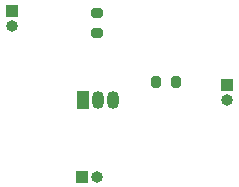
<source format=gbr>
%TF.GenerationSoftware,KiCad,Pcbnew,8.0.0*%
%TF.CreationDate,2024-04-01T19:04:46+08:00*%
%TF.ProjectId,tutorial file,7475746f-7269-4616-9c20-66696c652e6b,rev?*%
%TF.SameCoordinates,Original*%
%TF.FileFunction,Soldermask,Top*%
%TF.FilePolarity,Negative*%
%FSLAX46Y46*%
G04 Gerber Fmt 4.6, Leading zero omitted, Abs format (unit mm)*
G04 Created by KiCad (PCBNEW 8.0.0) date 2024-04-01 19:04:46*
%MOMM*%
%LPD*%
G01*
G04 APERTURE LIST*
G04 Aperture macros list*
%AMRoundRect*
0 Rectangle with rounded corners*
0 $1 Rounding radius*
0 $2 $3 $4 $5 $6 $7 $8 $9 X,Y pos of 4 corners*
0 Add a 4 corners polygon primitive as box body*
4,1,4,$2,$3,$4,$5,$6,$7,$8,$9,$2,$3,0*
0 Add four circle primitives for the rounded corners*
1,1,$1+$1,$2,$3*
1,1,$1+$1,$4,$5*
1,1,$1+$1,$6,$7*
1,1,$1+$1,$8,$9*
0 Add four rect primitives between the rounded corners*
20,1,$1+$1,$2,$3,$4,$5,0*
20,1,$1+$1,$4,$5,$6,$7,0*
20,1,$1+$1,$6,$7,$8,$9,0*
20,1,$1+$1,$8,$9,$2,$3,0*%
G04 Aperture macros list end*
%ADD10RoundRect,0.200000X-0.200000X-0.275000X0.200000X-0.275000X0.200000X0.275000X-0.200000X0.275000X0*%
%ADD11RoundRect,0.200000X-0.275000X0.200000X-0.275000X-0.200000X0.275000X-0.200000X0.275000X0.200000X0*%
%ADD12R,1.050000X1.500000*%
%ADD13O,1.050000X1.500000*%
%ADD14R,1.000000X1.000000*%
%ADD15O,1.000000X1.000000*%
G04 APERTURE END LIST*
D10*
%TO.C,R2*%
X141000000Y-99000000D03*
X142650000Y-99000000D03*
%TD*%
D11*
%TO.C,R1*%
X136000000Y-93175000D03*
X136000000Y-94825000D03*
%TD*%
D12*
%TO.C,Q1*%
X134747800Y-100500000D03*
D13*
X136017800Y-100500000D03*
X137287800Y-100500000D03*
%TD*%
D14*
%TO.C,J3*%
X134730000Y-107000000D03*
D15*
X136000000Y-107000000D03*
%TD*%
D14*
%TO.C,J2*%
X147000000Y-99230000D03*
D15*
X147000000Y-100500000D03*
%TD*%
D14*
%TO.C,J1*%
X128744000Y-92938800D03*
D15*
X128744000Y-94208800D03*
%TD*%
M02*

</source>
